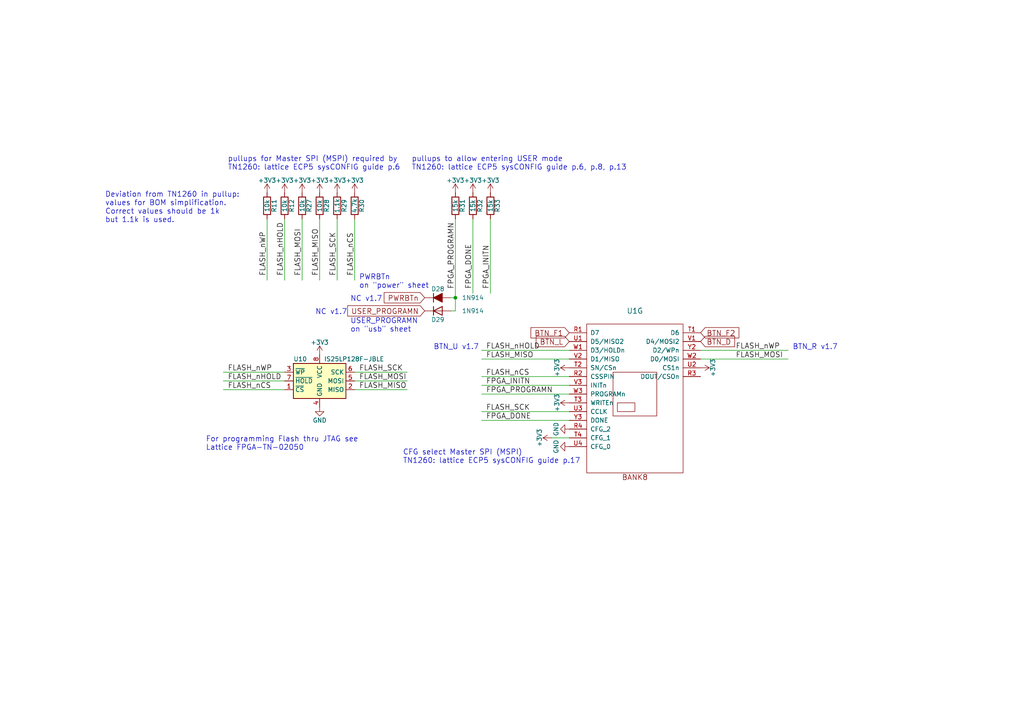
<source format=kicad_sch>
(kicad_sch (version 20211123) (generator eeschema)
  (paper "A4")
  (title_block (title "ULX3S") (rev "1.0.6") (company "EMARD") (comment 1 "SPI flash"))
  (lib_symbols
    (symbol "Device:D" (pin_numbers hide) (pin_names (offset 1.016) hide)
      (property "Reference" "D" (at 0 2.54 0))
      (property "Value" "D" (at 0 -2.54 0))
      (symbol "D_0_1"
        (polyline (pts (xy -1.27 1.27) (xy -1.27 -1.27)) (stroke (width 0.254)))
        (polyline (pts (xy 1.27 0) (xy -1.27 0)))
        (polyline (pts (xy 1.27 1.27) (xy 1.27 -1.27) (xy -1.27 0) (xy 1.27 1.27)) (stroke (width 0.254)))
      )
      (symbol "D_1_1"
        (pin passive line (at -3.81 0 0) (length 2.54) (name "K") (number "1"))
        (pin passive line (at 3.81 0 180) (length 2.54) (name "A") (number "2"))
      )
    )
    (symbol "Device:R" (pin_numbers hide) (pin_names (offset 0))
      (property "Reference" "R" (at 2.032 0 90))
      (property "Value" "R" (at 0 0 90))
      (symbol "R_0_1"
        (rectangle (start -1.016 -2.54) (end 1.016 2.54) (stroke (width 0.254)))
      )
      (symbol "R_1_1"
        (pin passive line (at 0 3.81 270) (length 1.27) (name "~") (number "1"))
        (pin passive line (at 0 -3.81 90) (length 1.27) (name "~") (number "2"))
      )
    )
    (symbol "Memory_EEPROM:25LCxxx"
      (property "Reference" "U" (at -7.62 6.35 0))
      (property "Value" "25LCxxx" (at 2.54 -6.35 0))
      (symbol "25LCxxx_1_1"
        (rectangle (start -7.62 5.08) (end 7.62 -5.08) (stroke (width 0.254)) (fill (type background)))
        (pin input line (at -10.16 -2.54 0) (length 2.54) (name "~{CS}") (number "1"))
        (pin tri_state line (at 10.16 -2.54 180) (length 2.54) (name "MISO") (number "2"))
        (pin input line (at -10.16 2.54 0) (length 2.54) (name "~{WP}") (number "3"))
        (pin power_in line (at 0 -7.62 90) (length 2.54) (name "GND") (number "4"))
        (pin input line (at 10.16 0 180) (length 2.54) (name "MOSI") (number "5"))
        (pin input line (at 10.16 2.54 180) (length 2.54) (name "SCK") (number "6"))
        (pin input line (at -10.16 0 0) (length 2.54) (name "~{HOLD}") (number "7"))
        (pin power_in line (at 0 7.62 270) (length 2.54) (name "VCC") (number "8"))
      )
    )
    (symbol "lfe5bg381:LFE5UM-85F-6BG381C" (pin_names (offset 1.016))
      (property "Reference" "U" (at 0 24.13 0))
      (property "Value" "LFE5UM-85F-6BG381C" (at 0 21.59 0))
      (symbol "LFE5UM-85F-6BG381C_1_1"
        (rectangle (start -13.97 20.32) (end 13.97 -17.78))
        (rectangle (start -6.35 6.35) (end 6.35 -6.35))
        (rectangle (start -5.08 5.08) (end 0 2.54))
        (text "BANK0" (at 0 -19.05 0) (effects (font (size 1.524 1.524))))
        (pin input line (at -19.05 15.24 0) (length 5.08) (name "PCLKT0_1") (number "A10"))
        (pin input line (at 19.05 15.24 180) (length 5.08) (name "PCLKC0_1") (number "A11"))
        (pin input line (at -19.05 -10.16 0) (length 5.08) (name "PT4A") (number "A6"))
        (pin input line (at -19.05 5.08 0) (length 5.08) (name "PT18A") (number "A7"))
        (pin input line (at 19.05 5.08 180) (length 5.08) (name "PT18B") (number "A8"))
        (pin input line (at -19.05 12.7 0) (length 5.08) (name "GR_PCLK0_1") (number "A9"))
        (pin input line (at 19.05 12.7 180) (length 5.08) (name "GR_PCLK0_0") (number "B10"))
        (pin input line (at -19.05 17.78 0) (length 5.08) (name "PCLKT0_0") (number "B11"))
        (pin input line (at 19.05 -10.16 180) (length 5.08) (name "PT4B") (number "B6"))
        (pin input line (at 19.05 2.54 180) (length 5.08) (name "PT15B") (number "B8"))
        (pin input line (at -19.05 10.16 0) (length 5.08) (name "PT58A") (number "B9"))
        (pin input line (at 19.05 10.16 180) (length 5.08) (name "PT58B") (number "C10"))
        (pin input line (at 19.05 17.78 180) (length 5.08) (name "PCLKC0_0") (number "C11"))
        (pin input line (at -19.05 -2.54 0) (length 5.08) (name "PT11A") (number "C6"))
        (pin input line (at 19.05 -2.54 180) (length 5.08) (name "PT11B") (number "C7"))
        (pin input line (at -19.05 2.54 0) (length 5.08) (name "PT15A") (number "C8"))
        (pin input line (at -19.05 -15.24 0) (length 5.08) (name "PT54A") (number "C9"))
        (pin input line (at -19.05 -12.7 0) (length 5.08) (name "PT56A") (number "D10"))
        (pin input line (at 19.05 -7.62 180) (length 5.08) (name "PT6B") (number "D6"))
        (pin input line (at 19.05 -5.08 180) (length 5.08) (name "PT9B") (number "D7"))
        (pin input line (at 19.05 0 180) (length 5.08) (name "PT13B") (number "D8"))
        (pin input line (at -19.05 7.62 0) (length 5.08) (name "PT20A") (number "D9"))
        (pin input line (at 19.05 -12.7 180) (length 5.08) (name "PT56B") (number "E10"))
        (pin input line (at -19.05 -7.62 0) (length 5.08) (name "PT6A") (number "E6"))
        (pin input line (at -19.05 -5.08 0) (length 5.08) (name "PT9A") (number "E7"))
        (pin input line (at -19.05 0 0) (length 5.08) (name "PT13A") (number "E8"))
        (pin input line (at 19.05 7.62 180) (length 5.08) (name "PT20B") (number "E9"))
      )
      (symbol "LFE5UM-85F-6BG381C_2_0"
        (text "BANK1" (at 0 -26.67 0) (effects (font (size 1.524 1.524))))
      )
      (symbol "LFE5UM-85F-6BG381C_2_1"
        (rectangle (start -13.97 20.32) (end 13.97 -25.4))
        (rectangle (start -6.35 6.35) (end 6.35 -6.35))
        (rectangle (start 0 5.08) (end 5.08 2.54))
        (pin input line (at -19.05 -12.7 0) (length 5.08) (name "PT76A") (number "A12"))
        (pin input line (at 19.05 -12.7 180) (length 5.08) (name "PT76B") (number "A13"))
        (pin input line (at -19.05 -5.08 0) (length 5.08) (name "PT83A") (number "A14"))
        (pin input line (at -19.05 -22.86 0) (length 5.08) (name "PT103A") (number "A15"))
        (pin input line (at -19.05 5.08 0) (length 5.08) (name "PT110A") (number "A16"))
        (pin input line (at -19.05 12.7 0) (length 5.08) (name "PT116A") (number "A17"))
        (pin input line (at -19.05 15.24 0) (length 5.08) (name "PT119A") (number "A18"))
        (pin input line (at -19.05 17.78 0) (length 5.08) (name "PT121A") (number "A19"))
        (pin input line (at -19.05 -17.78 0) (length 5.08) (name "PCLKT1_0") (number "B12"))
        (pin input line (at -19.05 -10.16 0) (length 5.08) (name "PT78A") (number "B13"))
        (pin input line (at -19.05 0 0) (length 5.08) (name "PT105A") (number "B15"))
        (pin input line (at 19.05 5.08 180) (length 5.08) (name "PT110B") (number "B16"))
        (pin input line (at -19.05 10.16 0) (length 5.08) (name "PT114A") (number "B17"))
        (pin input line (at 19.05 12.7 180) (length 5.08) (name "PT116B") (number "B18"))
        (pin input line (at 19.05 15.24 180) (length 5.08) (name "PT119B") (number "B19"))
        (pin input line (at 19.05 17.78 180) (length 5.08) (name "PT121B") (number "B20"))
        (pin input line (at 19.05 -17.78 180) (length 5.08) (name "PCLKC1_0") (number "C12"))
        (pin input line (at 19.05 -10.16 180) (length 5.08) (name "PT78B") (number "C13"))
        (pin input line (at 19.05 -5.08 180) (length 5.08) (name "PT83B") (number "C14"))
        (pin input line (at 19.05 0 180) (length 5.08) (name "PT105B") (number "C15"))
        (pin input line (at -19.05 7.62 0) (length 5.08) (name "PT112A") (number "C16"))
        (pin input line (at 19.05 10.16 180) (length 5.08) (name "PT114B") (number "C17"))
        (pin input line (at -19.05 -20.32 0) (length 5.08) (name "PCLKT1_1") (number "D11"))
        (pin input line (at -19.05 -15.24 0) (length 5.08) (name "GR_PCLK1_0") (number "D12"))
        (pin input line (at -19.05 -7.62 0) (length 5.08) (name "PT80A") (number "D13"))
        (pin input line (at -19.05 -2.54 0) (length 5.08) (name "PT85A") (number "D14"))
        (pin input line (at -19.05 2.54 0) (length 5.08) (name "PT107A") (number "D15"))
        (pin input line (at 19.05 7.62 180) (length 5.08) (name "PT112B") (number "D16"))
        (pin input line (at 19.05 -20.32 180) (length 5.08) (name "PCLKC1_1") (number "E11"))
        (pin input line (at 19.05 -15.24 180) (length 5.08) (name "GR_PCLK1_1") (number "E12"))
        (pin input line (at 19.05 -7.62 180) (length 5.08) (name "PT80B") (number "E13"))
        (pin input line (at 19.05 -2.54 180) (length 5.08) (name "PT85B") (number "E14"))
        (pin input line (at 19.05 2.54 180) (length 5.08) (name "PT107B") (number "E15"))
      )
      (symbol "LFE5UM-85F-6BG381C_3_0"
        (text "BANK2" (at 0 -26.67 0) (effects (font (size 1.524 1.524))))
      )
      (symbol "LFE5UM-85F-6BG381C_3_1"
        (rectangle (start -13.97 20.32) (end 13.97 -25.4))
        (rectangle (start -6.35 6.35) (end 6.35 -6.35))
        (rectangle (start 5.08 5.08) (end 2.54 0))
        (pin input line (at -19.05 -20.32 0) (length 5.08) (name "PR11A") (number "C18"))
        (pin input line (at -19.05 0 0) (length 5.08) (name "PR35A") (number "C20"))
        (pin input line (at 19.05 -20.32 180) (length 5.08) (name "PR11B") (number "D17"))
        (pin input line (at -19.05 -15.24 0) (length 5.08) (name "PR14A") (number "D18"))
        (pin input line (at 19.05 0 180) (length 5.08) (name "PR35B") (number "D19"))
        (pin input line (at -19.05 2.54 0) (length 5.08) (name "VREF1_2") (number "D20"))
        (pin input line (at -19.05 -17.78 0) (length 5.08) (name "PR11C") (number "E16"))
        (pin input line (at 19.05 -15.24 180) (length 5.08) (name "PR14B") (number "E17"))
        (pin input line (at -19.05 -12.7 0) (length 5.08) (name "PR14C") (number "E18"))
        (pin input line (at 19.05 2.54 180) (length 5.08) (name "PR35D") (number "E19"))
        (pin input line (at -19.05 5.08 0) (length 5.08) (name "PR38A") (number "E20"))
        (pin input line (at 19.05 -17.78 180) (length 5.08) (name "PR11D") (number "F16"))
        (pin input line (at -19.05 -10.16 0) (length 5.08) (name "PR17A") (number "F17"))
        (pin input line (at 19.05 -12.7 180) (length 5.08) (name "PR14D") (number "F18"))
        (pin input line (at 19.05 5.08 180) (length 5.08) (name "PR38B") (number "F19"))
        (pin input line (at -19.05 7.62 0) (length 5.08) (name "PR38C") (number "F20"))
        (pin input line (at -19.05 -7.62 0) (length 5.08) (name "PR17C") (number "G16"))
        (pin input line (at 19.05 -10.16 180) (length 5.08) (name "PR17B") (number "G18"))
        (pin input line (at -19.05 10.16 0) (length 5.08) (name "GR_PCLK2_1") (number "G19"))
        (pin input line (at 19.05 7.62 180) (length 5.08) (name "PR38D") (number "G20"))
        (pin input line (at 19.05 -7.62 180) (length 5.08) (name "PR17D") (number "H16"))
        (pin input line (at 19.05 -5.08 180) (length 5.08) (name "PR20B") (number "H17"))
        (pin input line (at -19.05 -5.08 0) (length 5.08) (name "PR20A") (number "H18"))
        (pin input line (at 19.05 10.16 180) (length 5.08) (name "PR41B") (number "H20"))
        (pin input line (at 19.05 -2.54 180) (length 5.08) (name "PR20D") (number "J16"))
        (pin input line (at -19.05 -2.54 0) (length 5.08) (name "PR20C") (number "J17"))
        (pin input line (at -19.05 12.7 0) (length 5.08) (name "GR_PCLK2_0") (number "J18"))
        (pin input line (at -19.05 15.24 0) (length 5.08) (name "PCLKT2_1") (number "J19"))
        (pin input line (at -19.05 17.78 0) (length 5.08) (name "PCLKT2_0") (number "J20"))
        (pin input line (at -19.05 -22.86 0) (length 5.08) (name "PR29A") (number "K16"))
        (pin input line (at 19.05 -22.86 180) (length 5.08) (name "PR29B") (number "K17"))
        (pin input line (at 19.05 12.7 180) (length 5.08) (name "PR41D") (number "K18"))
        (pin input line (at 19.05 15.24 180) (length 5.08) (name "PCLKC2_1") (number "K19"))
        (pin input line (at 19.05 17.78 180) (length 5.08) (name "PCLKC2_0") (number "K20"))
      )
      (symbol "LFE5UM-85F-6BG381C_4_0"
        (text "BANK3" (at 0 -26.67 0) (effects (font (size 1.524 1.524))))
      )
      (symbol "LFE5UM-85F-6BG381C_4_1"
        (rectangle (start -13.97 20.32) (end 13.97 -25.4))
        (rectangle (start -6.35 6.35) (end 6.35 -6.35))
        (rectangle (start 2.54 0) (end 5.08 -5.08))
        (pin input line (at -19.05 -15.24 0) (length 5.08) (name "GR_PCLK3_0") (number "L16"))
        (pin input line (at 19.05 -15.24 180) (length 5.08) (name "PR50B") (number "L17"))
        (pin input line (at -19.05 -12.7 0) (length 5.08) (name "GR_PCLK3_1") (number "L18"))
        (pin input line (at -19.05 -17.78 0) (length 5.08) (name "PCLKT3_0") (number "L19"))
        (pin input line (at -19.05 -20.32 0) (length 5.08) (name "PCLKT3_1") (number "L20"))
        (pin input line (at 19.05 -10.16 180) (length 5.08) (name "PR53B") (number "M17"))
        (pin input line (at 19.05 -12.7 180) (length 5.08) (name "PR50D") (number "M18"))
        (pin input line (at 19.05 -17.78 180) (length 5.08) (name "PCLKC3_0") (number "M19"))
        (pin input line (at 19.05 -20.32 180) (length 5.08) (name "PCLKC3_1") (number "M20"))
        (pin input line (at -19.05 -10.16 0) (length 5.08) (name "PR53A") (number "N16"))
        (pin input line (at -19.05 -5.08 0) (length 5.08) (name "PR56A") (number "N17"))
        (pin input line (at -19.05 -7.62 0) (length 5.08) (name "PR53C") (number "N18"))
        (pin input line (at -19.05 0 0) (length 5.08) (name "PR83A") (number "N19"))
        (pin input line (at 19.05 0 180) (length 5.08) (name "PR83B") (number "N20"))
        (pin input line (at 19.05 -5.08 180) (length 5.08) (name "VREF1_3") (number "P16"))
        (pin input line (at 19.05 -7.62 180) (length 5.08) (name "PR53D") (number "P17"))
        (pin input line (at 19.05 2.54 180) (length 5.08) (name "PR83D") (number "P18"))
        (pin input line (at -19.05 2.54 0) (length 5.08) (name "PR83C") (number "P19"))
        (pin input line (at -19.05 5.08 0) (length 5.08) (name "PR86A") (number "P20"))
        (pin input line (at -19.05 -2.54 0) (length 5.08) (name "PR56C") (number "R16"))
        (pin input line (at 19.05 -2.54 180) (length 5.08) (name "PR56D") (number "R17"))
        (pin input line (at 19.05 10.16 180) (length 5.08) (name "PR89B") (number "R18"))
        (pin input line (at 19.05 5.08 180) (length 5.08) (name "PR86B") (number "R20"))
        (pin input line (at -19.05 -22.86 0) (length 5.08) (name "PR77A") (number "T16"))
        (pin input line (at 19.05 17.78 180) (length 5.08) (name "GPLL0C_IN") (number "T17"))
        (pin input line (at 19.05 12.7 180) (length 5.08) (name "PR89D") (number "T18"))
        (pin input line (at -19.05 10.16 0) (length 5.08) (name "PR89A") (number "T19"))
        (pin input line (at -19.05 7.62 0) (length 5.08) (name "PR86C") (number "T20"))
        (pin input line (at -19.05 17.78 0) (length 5.08) (name "GPLL0T_IN") (number "U16"))
        (pin input line (at 19.05 15.24 180) (length 5.08) (name "PR92B") (number "U17"))
        (pin input line (at -19.05 15.24 0) (length 5.08) (name "PR92A") (number "U18"))
        (pin input line (at -19.05 12.7 0) (length 5.08) (name "PR89C") (number "U19"))
        (pin input line (at 19.05 7.62 180) (length 5.08) (name "PR86D") (number "U20"))
      )
      (symbol "LFE5UM-85F-6BG381C_5_0"
        (text "BANK6" (at 0 -26.67 0) (effects (font (size 1.524 1.524))))
      )
      (symbol "LFE5UM-85F-6BG381C_5_1"
        (rectangle (start -13.97 20.32) (end 13.97 -25.4))
        (rectangle (start -6.35 6.35) (end 6.35 -6.35))
        (rectangle (start -5.08 0) (end -2.54 -5.08))
        (pin input line (at 19.05 15.24 180) (length 5.08) (name "PCLKC6_1") (number "F1"))
        (pin input line (at 19.05 17.78 180) (length 5.08) (name "PCLKC6_0") (number "G1"))
        (pin input line (at -19.05 15.24 0) (length 5.08) (name "PCLKT6_1") (number "G2"))
        (pin input line (at -19.05 7.62 0) (length 5.08) (name "PL53C") (number "H1"))
        (pin input line (at -19.05 17.78 0) (length 5.08) (name "PCLKT6_0") (number "H2"))
        (pin input line (at 19.05 5.08 180) (length 5.08) (name "PL53B") (number "J1"))
        (pin input line (at -19.05 12.7 0) (length 5.08) (name "GR_PCLK6_1") (number "J3"))
        (pin input line (at -19.05 10.16 0) (length 5.08) (name "GR_PCLK6_0") (number "J4"))
        (pin input line (at 19.05 10.16 180) (length 5.08) (name "PL50B") (number "J5"))
        (pin input line (at 19.05 7.62 180) (length 5.08) (name "PL53D") (number "K1"))
        (pin input line (at -19.05 5.08 0) (length 5.08) (name "PL53A") (number "K2"))
        (pin input line (at 19.05 12.7 180) (length 5.08) (name "PL50D") (number "K3"))
        (pin input line (at -19.05 0 0) (length 5.08) (name "PL56A") (number "K4"))
        (pin input line (at 19.05 0 180) (length 5.08) (name "VREF1_6") (number "K5"))
        (pin input line (at -19.05 -12.7 0) (length 5.08) (name "PL65C") (number "L1"))
        (pin input line (at 19.05 -7.62 180) (length 5.08) (name "PL86D") (number "L2"))
        (pin input line (at -19.05 -7.62 0) (length 5.08) (name "PL86C") (number "L3"))
        (pin input line (at -19.05 2.54 0) (length 5.08) (name "PL56C") (number "L4"))
        (pin input line (at 19.05 2.54 180) (length 5.08) (name "PL56D") (number "L5"))
        (pin input line (at 19.05 -15.24 180) (length 5.08) (name "PL89B") (number "M1"))
        (pin input line (at 19.05 -10.16 180) (length 5.08) (name "PL86B") (number "M3"))
        (pin input line (at -19.05 -5.08 0) (length 5.08) (name "PL83A") (number "M4"))
        (pin input line (at -19.05 -22.86 0) (length 5.08) (name "PL77A") (number "M5"))
        (pin input line (at 19.05 -12.7 180) (length 5.08) (name "PL89D") (number "N1"))
        (pin input line (at -19.05 -15.24 0) (length 5.08) (name "PL65A") (number "N2"))
        (pin input line (at -19.05 -10.16 0) (length 5.08) (name "PL86A") (number "N3"))
        (pin input line (at -19.05 -2.54 0) (length 5.08) (name "PL83C") (number "N4"))
        (pin input line (at 19.05 -5.08 180) (length 5.08) (name "PL83B") (number "N5"))
        (pin input line (at -19.05 -20.32 0) (length 5.08) (name "PL92A") (number "P1"))
        (pin input line (at 19.05 -20.32 180) (length 5.08) (name "PL92B") (number "P2"))
        (pin input line (at -19.05 -17.78 0) (length 5.08) (name "GPLL0T_IN") (number "P3"))
        (pin input line (at 19.05 -17.78 180) (length 5.08) (name "GPLL0C_IN") (number "P4"))
        (pin input line (at 19.05 -2.54 180) (length 5.08) (name "PL83D") (number "P5"))
      )
      (symbol "LFE5UM-85F-6BG381C_6_0"
        (text "BANK7" (at 0 -24.13 0) (effects (font (size 1.524 1.524))))
      )
      (symbol "LFE5UM-85F-6BG381C_6_1"
        (rectangle (start -13.97 20.32) (end 13.97 -22.86))
        (rectangle (start -6.35 6.35) (end 6.35 -6.35))
        (rectangle (start -5.08 5.08) (end -2.54 0))
        (pin input line (at -19.05 -5.08 0) (length 5.08) (name "PL35A") (number "A2"))
        (pin input line (at -19.05 12.7 0) (length 5.08) (name "PL14C") (number "A3"))
        (pin input line (at -19.05 15.24 0) (length 5.08) (name "PL11A") (number "A4"))
        (pin input line (at 19.05 15.24 180) (length 5.08) (name "PL11B") (number "A5"))
        (pin input line (at 19.05 -5.08 180) (length 5.08) (name "PL35B") (number "B1"))
        (pin input line (at -19.05 -2.54 0) (length 5.08) (name "VREF1_7") (number "B2"))
        (pin input line (at 19.05 12.7 180) (length 5.08) (name "PL14D") (number "B3"))
        (pin input line (at 19.05 10.16 180) (length 5.08) (name "PL14B") (number "B4"))
        (pin input line (at -19.05 17.78 0) (length 5.08) (name "PL11C") (number "B5"))
        (pin input line (at -19.05 -10.16 0) (length 5.08) (name "PL38A") (number "C1"))
        (pin input line (at 19.05 -2.54 180) (length 5.08) (name "PL35D") (number "C2"))
        (pin input line (at -19.05 7.62 0) (length 5.08) (name "PL17C") (number "C3"))
        (pin input line (at -19.05 10.16 0) (length 5.08) (name "PL14A") (number "C4"))
        (pin input line (at 19.05 17.78 180) (length 5.08) (name "PL11D") (number "C5"))
        (pin input line (at 19.05 -10.16 180) (length 5.08) (name "PL38B") (number "D1"))
        (pin input line (at -19.05 -7.62 0) (length 5.08) (name "PL38C") (number "D2"))
        (pin input line (at 19.05 7.62 180) (length 5.08) (name "PL17D") (number "D3"))
        (pin input line (at 19.05 5.08 180) (length 5.08) (name "PL17B") (number "D5"))
        (pin input line (at 19.05 -7.62 180) (length 5.08) (name "PL38D") (number "E1"))
        (pin input line (at 19.05 -17.78 180) (length 5.08) (name "PCLKC7_0") (number "E2"))
        (pin input line (at 19.05 0 180) (length 5.08) (name "PL20B") (number "E3"))
        (pin input line (at -19.05 5.08 0) (length 5.08) (name "PL17A") (number "E4"))
        (pin input line (at -19.05 2.54 0) (length 5.08) (name "PL20C") (number "E5"))
        (pin input line (at -19.05 -17.78 0) (length 5.08) (name "PCLKT7_0") (number "F2"))
        (pin input line (at 19.05 -20.32 180) (length 5.08) (name "PCLKC7_1") (number "F3"))
        (pin input line (at -19.05 0 0) (length 5.08) (name "PL20A") (number "F4"))
        (pin input line (at 19.05 2.54 180) (length 5.08) (name "PL20D") (number "F5"))
        (pin input line (at -19.05 -20.32 0) (length 5.08) (name "PCLKT7_1") (number "G3"))
        (pin input line (at 19.05 -15.24 180) (length 5.08) (name "PL41B") (number "G5"))
        (pin input line (at 19.05 -12.7 180) (length 5.08) (name "PL41D") (number "H3"))
        (pin input line (at -19.05 -15.24 0) (length 5.08) (name "GR_PCLK7_1") (number "H4"))
        (pin input line (at -19.05 -12.7 0) (length 5.08) (name "GR_PCLK7_0") (number "H5"))
      )
      (symbol "LFE5UM-85F-6BG381C_7_0"
        (text "BANK8" (at 0 -24.13 0) (effects (font (size 1.524 1.524))))
      )
      (symbol "LFE5UM-85F-6BG381C_7_1"
        (rectangle (start -13.97 20.32) (end 13.97 -22.86))
        (rectangle (start -6.35 6.35) (end 6.35 -6.35))
        (rectangle (start -5.08 -5.08) (end 0 -2.54))
        (pin input line (at -19.05 17.78 0) (length 5.08) (name "D7") (number "R1"))
        (pin input line (at -19.05 5.08 0) (length 5.08) (name "CSSPIN") (number "R2"))
        (pin input line (at 19.05 5.08 180) (length 5.08) (name "DOUT/CSOn") (number "R3"))
        (pin input line (at -19.05 -10.16 0) (length 5.08) (name "CFG_2") (number "R4"))
        (pin input line (at 19.05 17.78 180) (length 5.08) (name "D6") (number "T1"))
        (pin input line (at -19.05 7.62 0) (length 5.08) (name "SN/CSn") (number "T2"))
        (pin input line (at -19.05 -2.54 0) (length 5.08) (name "WRITEn") (number "T3"))
        (pin input line (at -19.05 -12.7 0) (length 5.08) (name "CFG_1") (number "T4"))
        (pin input line (at -19.05 15.24 0) (length 5.08) (name "D5/MISO2") (number "U1"))
        (pin input line (at 19.05 7.62 180) (length 5.08) (name "CS1n") (number "U2"))
        (pin input line (at -19.05 -5.08 0) (length 5.08) (name "CCLK") (number "U3"))
        (pin input line (at -19.05 -15.24 0) (length 5.08) (name "CFG_0") (number "U4"))
        (pin input line (at 19.05 15.24 180) (length 5.08) (name "D4/MOSI2") (number "V1"))
        (pin input line (at -19.05 10.16 0) (length 5.08) (name "D1/MISO") (number "V2"))
        (pin input line (at -19.05 2.54 0) (length 5.08) (name "INITn") (number "V3"))
        (pin input line (at -19.05 12.7 0) (length 5.08) (name "D3/HOLDn") (number "W1"))
        (pin input line (at 19.05 10.16 180) (length 5.08) (name "D0/MOSI") (number "W2"))
        (pin input line (at -19.05 0 0) (length 5.08) (name "PROGRAMn") (number "W3"))
        (pin input line (at 19.05 12.7 180) (length 5.08) (name "D2/WPn") (number "Y2"))
        (pin input line (at -19.05 -7.62 0) (length 5.08) (name "DONE") (number "Y3"))
      )
      (symbol "LFE5UM-85F-6BG381C_8_0"
        (text "BANK50,51" (at 0 -27.94 0) (effects (font (size 1.524 1.524))))
        (text "SERDES" (at 0 -30.48 0) (effects (font (size 1.524 1.524))))
      )
      (symbol "LFE5UM-85F-6BG381C_8_1"
        (rectangle (start -16.51 25.4) (end 16.51 -26.67))
        (rectangle (start -6.35 6.35) (end 6.35 -6.35))
        (rectangle (start 3.81 -5.08) (end -3.81 -3.81))
        (pin input line (at 21.59 8.89 180) (length 5.08) (name "VCCHTX0_D0CH1") (number "T10"))
        (pin input line (at -21.59 -7.62 0) (length 5.08) (name "VCCHTX0_D1CH0") (number "T11"))
        (pin input line (at -21.59 -10.16 0) (length 5.08) (name "VCCHRX0_D1CH0") (number "T12"))
        (pin input line (at 21.59 -10.16 180) (length 5.08) (name "VCCHRX0_D1CH1") (number "T13"))
        (pin input line (at 21.59 -7.62 180) (length 5.08) (name "VCCHTX0_D1CH1") (number "T14"))
        (pin input line (at -21.59 -2.54 0) (length 5.08) (name "VCCA1") (number "T15"))
        (pin input line (at -21.59 3.81 0) (length 5.08) (name "VCCA0") (number "T6"))
        (pin input line (at -21.59 8.89 0) (length 5.08) (name "VCCHTX0_D0CH0") (number "T7"))
        (pin input line (at -21.59 6.35 0) (length 5.08) (name "VCCHRX0_D0CH0") (number "T8"))
        (pin input line (at 21.59 6.35 180) (length 5.08) (name "VCCHRX0_D0CH1") (number "T9"))
        (pin input line (at -21.59 -5.08 0) (length 5.08) (name "VCCA1") (number "U15"))
        (pin input line (at -21.59 1.27 0) (length 5.08) (name "VCCA0") (number "U6"))
        (pin input line (at 21.59 3.81 180) (length 5.08) (name "VCCAUXA0") (number "V10"))
        (pin input line (at 21.59 1.27 180) (length 5.08) (name "VCCAUXA0") (number "V11"))
        (pin input line (at 21.59 -2.54 180) (length 5.08) (name "VCCAUXA1") (number "V17"))
        (pin input line (at 21.59 -5.08 180) (length 5.08) (name "VCCAUXA1") (number "V18"))
        (pin input line (at -21.59 -16.51 0) (length 5.08) (name "HDTXP0_D1CH0") (number "W13"))
        (pin input line (at 21.59 -16.51 180) (length 5.08) (name "HDTXN0_D1CH0") (number "W14"))
        (pin input line (at -21.59 -21.59 0) (length 5.08) (name "HDTXP0_D1CH1") (number "W17"))
        (pin input line (at 21.59 -21.59 180) (length 5.08) (name "HDTXN0_D1CH1") (number "W18"))
        (pin input line (at 21.59 -13.97 180) (length 5.08) (name "REFCLKN_D1") (number "W20"))
        (pin input line (at -21.59 20.32 0) (length 5.08) (name "HDTXP0_D0CH0") (number "W4"))
        (pin input line (at 21.59 20.32 180) (length 5.08) (name "HDTXN0_D0CH0") (number "W5"))
        (pin input line (at -21.59 15.24 0) (length 5.08) (name "HDTXP0_D0CH1") (number "W8"))
        (pin input line (at 21.59 15.24 180) (length 5.08) (name "HDTXN0_D0CH1") (number "W9"))
        (pin input line (at -21.59 22.86 0) (length 5.08) (name "REFCLKP_D0") (number "Y11"))
        (pin input line (at 21.59 22.86 180) (length 5.08) (name "REFCLKN_D0") (number "Y12"))
        (pin input line (at -21.59 -19.05 0) (length 5.08) (name "HDRXP0_D1CH0") (number "Y14"))
        (pin input line (at 21.59 -19.05 180) (length 5.08) (name "HDRXN0_D1CH0") (number "Y15"))
        (pin input line (at -21.59 -24.13 0) (length 5.08) (name "HDRXP0_D1CH1") (number "Y16"))
        (pin input line (at 21.59 -24.13 180) (length 5.08) (name "HDRXN0_D1CH1") (number "Y17"))
        (pin input line (at -21.59 -13.97 0) (length 5.08) (name "REFCLKP_D1") (number "Y19"))
        (pin input line (at -21.59 17.78 0) (length 5.08) (name "HDRXP0_D0CH0") (number "Y5"))
        (pin input line (at 21.59 17.78 180) (length 5.08) (name "HDRXN0_D0CH0") (number "Y6"))
        (pin input line (at -21.59 12.7 0) (length 5.08) (name "HDRXP0_D0CH1") (number "Y7"))
        (pin input line (at 21.59 12.7 180) (length 5.08) (name "HDRXN0_D0CH1") (number "Y8"))
      )
      (symbol "LFE5UM-85F-6BG381C_9_1"
        (rectangle (start -109.22 11.43) (end 118.11 -12.7))
        (rectangle (start -6.35 6.35) (end 6.35 -6.35))
        (rectangle (start -2.54 2.54) (end 2.54 -2.54))
        (text "POWER" (at 0 3.81 0) (effects (font (size 1.524 1.524))))
        (pin input line (at -77.47 -17.78 90) (length 5.08) (name "GND") (number "B14"))
        (pin input line (at 13.97 -17.78 90) (length 5.08) (name "GND") (number "B7"))
        (pin input line (at -97.79 -17.78 90) (length 5.08) (name "GND") (number "C19"))
        (pin input line (at 41.91 -17.78 90) (length 5.08) (name "GND") (number "D4"))
        (pin input line (at -40.64 16.51 270) (length 5.08) (name "VCCio0") (number "F10"))
        (pin input line (at -30.48 16.51 270) (length 5.08) (name "VCCio1") (number "F11"))
        (pin input line (at -33.02 16.51 270) (length 5.08) (name "VCCio1") (number "F12"))
        (pin input line (at -57.15 -17.78 90) (length 5.08) (name "GND") (number "F13"))
        (pin input line (at -74.93 -17.78 90) (length 5.08) (name "GND") (number "F14"))
        (pin input line (at -53.34 16.51 270) (length 5.08) (name "VCCAUX") (number "F15"))
        (pin input line (at -48.26 16.51 270) (length 5.08) (name "VCCAUX") (number "F6"))
        (pin input line (at 16.51 -17.78 90) (length 5.08) (name "GND") (number "F7"))
        (pin input line (at 6.35 -17.78 90) (length 5.08) (name "GND") (number "F8"))
        (pin input line (at -38.1 16.51 270) (length 5.08) (name "VCCio0") (number "F9"))
        (pin input line (at -19.05 -17.78 90) (length 5.08) (name "GND") (number "G10"))
        (pin input line (at -34.29 -17.78 90) (length 5.08) (name "GND") (number "G11"))
        (pin input line (at -49.53 -17.78 90) (length 5.08) (name "GND") (number "G12"))
        (pin input line (at -54.61 -17.78 90) (length 5.08) (name "GND") (number "G13"))
        (pin input line (at -72.39 -17.78 90) (length 5.08) (name "GND") (number "G14"))
        (pin input line (at -85.09 -17.78 90) (length 5.08) (name "GND") (number "G15"))
        (pin input line (at -90.17 -17.78 90) (length 5.08) (name "GND") (number "G17"))
        (pin input line (at 44.45 -17.78 90) (length 5.08) (name "GND") (number "G4"))
        (pin input line (at 34.29 -17.78 90) (length 5.08) (name "GND") (number "G6"))
        (pin input line (at 19.05 -17.78 90) (length 5.08) (name "GND") (number "G7"))
        (pin input line (at 8.89 -17.78 90) (length 5.08) (name "GND") (number "G8"))
        (pin input line (at -6.35 -17.78 90) (length 5.08) (name "GND") (number "G9"))
        (pin input line (at -81.28 16.51 270) (length 5.08) (name "VCC") (number "H10"))
        (pin input line (at -86.36 16.51 270) (length 5.08) (name "VCC") (number "H11"))
        (pin input line (at -91.44 16.51 270) (length 5.08) (name "VCC") (number "H12"))
        (pin input line (at -106.68 16.51 270) (length 5.08) (name "VCC") (number "H13"))
        (pin input line (at -20.32 16.51 270) (length 5.08) (name "VCCio2") (number "H14"))
        (pin input line (at -25.4 16.51 270) (length 5.08) (name "VCCio2") (number "H15"))
        (pin input line (at -95.25 -17.78 90) (length 5.08) (name "GND") (number "H19"))
        (pin input line (at 29.21 16.51 270) (length 5.08) (name "VCCio7") (number "H6"))
        (pin input line (at 26.67 16.51 270) (length 5.08) (name "VCCio7") (number "H7"))
        (pin input line (at -71.12 16.51 270) (length 5.08) (name "VCC") (number "H8"))
        (pin input line (at -76.2 16.51 270) (length 5.08) (name "VCC") (number "H9"))
        (pin input line (at -16.51 -17.78 90) (length 5.08) (name "GND") (number "J10"))
        (pin input line (at -31.75 -17.78 90) (length 5.08) (name "GND") (number "J11"))
        (pin input line (at -46.99 -17.78 90) (length 5.08) (name "GND") (number "J12"))
        (pin input line (at -104.14 16.51 270) (length 5.08) (name "VCC") (number "J13"))
        (pin input line (at -69.85 -17.78 90) (length 5.08) (name "GND") (number "J14"))
        (pin input line (at -22.86 16.51 270) (length 5.08) (name "VCCio2") (number "J15"))
        (pin input line (at 46.99 -17.78 90) (length 5.08) (name "GND") (number "J2"))
        (pin input line (at 31.75 16.51 270) (length 5.08) (name "VCCio7") (number "J6"))
        (pin input line (at 21.59 -17.78 90) (length 5.08) (name "GND") (number "J7"))
        (pin input line (at -68.58 16.51 270) (length 5.08) (name "VCC") (number "J8"))
        (pin input line (at -3.81 -17.78 90) (length 5.08) (name "GND") (number "J9"))
        (pin input line (at -13.97 -17.78 90) (length 5.08) (name "GND") (number "K10"))
        (pin input line (at -29.21 -17.78 90) (length 5.08) (name "GND") (number "K11"))
        (pin input line (at -44.45 -17.78 90) (length 5.08) (name "GND") (number "K12"))
        (pin input line (at -101.6 16.51 270) (length 5.08) (name "VCC") (number "K13"))
        (pin input line (at -67.31 -17.78 90) (length 5.08) (name "GND") (number "K14"))
        (pin input line (at -82.55 -17.78 90) (length 5.08) (name "GND") (number "K15"))
        (pin input line (at 36.83 -17.78 90) (length 5.08) (name "GND") (number "K6"))
        (pin input line (at 24.13 -17.78 90) (length 5.08) (name "GND") (number "K7"))
        (pin input line (at -66.04 16.51 270) (length 5.08) (name "VCC") (number "K8"))
        (pin input line (at -1.27 -17.78 90) (length 5.08) (name "GND") (number "K9"))
        (pin input line (at -11.43 -17.78 90) (length 5.08) (name "GND") (number "L10"))
        (pin input line (at -26.67 -17.78 90) (length 5.08) (name "GND") (number "L11"))
        (pin input line (at -41.91 -17.78 90) (length 5.08) (name "GND") (number "L12"))
        (pin input line (at -99.06 16.51 270) (length 5.08) (name "VCC") (number "L13"))
        (pin input line (at -10.16 16.51 270) (length 5.08) (name "VCCio3") (number "L14"))
        (pin input line (at -15.24 16.51 270) (length 5.08) (name "VCCio3") (number "L15"))
        (pin input line (at 19.05 16.51 270) (length 5.08) (name "VCCio6") (number "L6"))
        (pin input line (at 16.51 16.51 270) (length 5.08) (name "VCCio6") (number "L7"))
        (pin input line (at -63.5 16.51 270) (length 5.08) (name "VCC") (number "L8"))
        (pin input line (at 1.27 -17.78 90) (length 5.08) (name "GND") (number "L9"))
        (pin input line (at -8.89 -17.78 90) (length 5.08) (name "GND") (number "M10"))
        (pin input line (at -24.13 -17.78 90) (length 5.08) (name "GND") (number "M11"))
        (pin input line (at -39.37 -17.78 90) (length 5.08) (name "GND") (number "M12"))
        (pin input line (at -96.52 16.51 270) (length 5.08) (name "VCC") (number "M13"))
        (pin input line (at -64.77 -17.78 90) (length 5.08) (name "GND") (number "M14"))
        (pin input line (at -12.7 16.51 270) (length 5.08) (name "VCCio3") (number "M15"))
        (pin input line (at -87.63 -17.78 90) (length 5.08) (name "GND") (number "M16"))
        (pin input line (at 49.53 -17.78 90) (length 5.08) (name "GND") (number "M2"))
        (pin input line (at 21.59 16.51 270) (length 5.08) (name "VCCio6") (number "M6"))
        (pin input line (at 26.67 -17.78 90) (length 5.08) (name "GND") (number "M7"))
        (pin input line (at -60.96 16.51 270) (length 5.08) (name "VCC") (number "M8"))
        (pin input line (at 3.81 -17.78 90) (length 5.08) (name "GND") (number "M9"))
        (pin input line (at -78.74 16.51 270) (length 5.08) (name "VCC") (number "N10"))
        (pin input line (at -83.82 16.51 270) (length 5.08) (name "VCC") (number "N11"))
        (pin input line (at -88.9 16.51 270) (length 5.08) (name "VCC") (number "N12"))
        (pin input line (at -93.98 16.51 270) (length 5.08) (name "VCC") (number "N13"))
        (pin input line (at -62.23 -17.78 90) (length 5.08) (name "GND") (number "N14"))
        (pin input line (at -80.01 -17.78 90) (length 5.08) (name "GND") (number "N15"))
        (pin input line (at 39.37 -17.78 90) (length 5.08) (name "GND") (number "N6"))
        (pin input line (at 29.21 -17.78 90) (length 5.08) (name "GND") (number "N7"))
        (pin input line (at -58.42 16.51 270) (length 5.08) (name "VCC") (number "N8"))
        (pin input line (at -73.66 16.51 270) (length 5.08) (name "VCC") (number "N9"))
        (pin input line (at 36.83 16.51 270) (length 5.08) (name "VCCio8") (number "P10"))
        (pin input line (at -21.59 -17.78 90) (length 5.08) (name "GND") (number "P11"))
        (pin input line (at -36.83 -17.78 90) (length 5.08) (name "GND") (number "P12"))
        (pin input line (at -52.07 -17.78 90) (length 5.08) (name "GND") (number "P13"))
        (pin input line (at -59.69 -17.78 90) (length 5.08) (name "GND") (number "P14"))
        (pin input line (at -50.8 16.51 270) (length 5.08) (name "VCCAUX") (number "P15"))
        (pin input line (at -45.72 16.51 270) (length 5.08) (name "VCCAUX") (number "P6"))
        (pin input line (at 31.75 -17.78 90) (length 5.08) (name "GND") (number "P7"))
        (pin input line (at 11.43 -17.78 90) (length 5.08) (name "GND") (number "P8"))
        (pin input line (at 39.37 16.51 270) (length 5.08) (name "VCCio8") (number "P9"))
        (pin input line (at -92.71 -17.78 90) (length 5.08) (name "GND") (number "R19"))
        (pin input line (at 67.31 -17.78 90) (length 5.08) (name "GND") (number "U10"))
        (pin input line (at 115.57 -17.78 90) (length 5.08) (name "GND") (number "U11"))
        (pin input line (at 107.95 -17.78 90) (length 5.08) (name "GND") (number "U12"))
        (pin input line (at 102.87 -17.78 90) (length 5.08) (name "GND") (number "U13"))
        (pin input line (at 97.79 -17.78 90) (length 5.08) (name "GND") (number "U14"))
        (pin input line (at 59.69 -17.78 90) (length 5.08) (name "GND") (number "U7"))
        (pin input line (at 62.23 -17.78 90) (length 5.08) (name "GND") (number "U8"))
        (pin input line (at 64.77 -17.78 90) (length 5.08) (name "GND") (number "U9"))
        (pin input line (at 110.49 -17.78 90) (length 5.08) (name "GND") (number "V12"))
        (pin input line (at 105.41 -17.78 90) (length 5.08) (name "GND") (number "V13"))
        (pin input line (at 95.25 -17.78 90) (length 5.08) (name "GND") (number "V14"))
        (pin input line (at 82.55 -17.78 90) (length 5.08) (name "GND") (number "V15"))
        (pin input line (at 87.63 -17.78 90) (length 5.08) (name "GND") (number "V16"))
        (pin input line (at 92.71 -17.78 90) (length 5.08) (name "GND") (number "V19"))
        (pin input line (at 69.85 -17.78 90) (length 5.08) (name "GND") (number "V20"))
        (pin input line (at 72.39 -17.78 90) (length 5.08) (name "GND") (number "V5"))
        (pin input line (at 77.47 -17.78 90) (length 5.08) (name "GND") (number "V6"))
        (pin input line (at 52.07 -17.78 90) (length 5.08) (name "GND") (number "V7"))
        (pin input line (at 54.61 -17.78 90) (length 5.08) (name "GND") (number "V8"))
        (pin input line (at 57.15 -17.78 90) (length 5.08) (name "GND") (number "V9"))
        (pin input line (at 113.03 -17.78 90) (length 5.08) (name "GND") (number "W12"))
        (pin input line (at 100.33 -17.78 90) (length 5.08) (name "GND") (number "W15"))
        (pin input line (at 85.09 -17.78 90) (length 5.08) (name "GND") (number "W16"))
        (pin input line (at 90.17 -17.78 90) (length 5.08) (name "GND") (number "W19"))
        (pin input line (at 74.93 -17.78 90) (length 5.08) (name "GND") (number "W6"))
        (pin input line (at 80.01 -17.78 90) (length 5.08) (name "GND") (number "W7"))
      )
      (symbol "LFE5UM-85F-6BG381C_10_0"
        (text "JTAG" (at 0 1.27 0) (effects (font (size 1.524 1.524))))
      )
      (symbol "LFE5UM-85F-6BG381C_10_1"
        (rectangle (start -12.7 6.35) (end 7.62 -6.35))
        (text "PROG" (at 0 -1.27 0) (effects (font (size 1.524 1.524))))
        (pin input line (at -17.78 3.81 0) (length 5.08) (name "TDI") (number "R5"))
        (pin input line (at -17.78 -1.27 0) (length 5.08) (name "TCK") (number "T5"))
        (pin input line (at -17.78 -3.81 0) (length 5.08) (name "TMS") (number "U5"))
        (pin input line (at -17.78 1.27 0) (length 5.08) (name "TDO") (number "V4"))
      )
    )
    (symbol "power:+3V3" (power) (pin_names (offset 0))
      (property "Value" "+3V3" (at 0 3.556 0))
      (symbol "+3V3_0_1"
        (polyline (pts (xy -0.762 1.27) (xy 0 2.54)))
        (polyline (pts (xy 0 0) (xy 0 2.54)))
        (polyline (pts (xy 0 2.54) (xy 0.762 1.27)))
      )
      (symbol "+3V3_1_1"
        (pin power_in line (at 0 0 90) (length 0) hide (name "+3V3") (number "1"))
      )
    )
    (symbol "power:GND" (power) (pin_names (offset 0))
      (property "Value" "GND" (at 0 -3.81 0))
      (symbol "GND_0_1"
        (polyline (pts (xy 0 0) (xy 0 -1.27) (xy 1.27 -1.27) (xy 0 -2.54) (xy -1.27 -1.27) (xy 0 -1.27)))
      )
      (symbol "GND_1_1"
        (pin power_in line (at 0 0 270) (length 0) hide (name "GND") (number "1"))
      )
    )
    (symbol "ulx3s-rescue:D_ALT-Device" (pin_numbers hide) (pin_names (offset 1.016) hide)
      (property "Reference" "D" (at 0 2.54 0))
      (property "Value" "D_ALT-Device" (at 0 -2.54 0))
      (symbol "D_ALT-Device_0_1"
        (polyline (pts (xy -1.27 1.27) (xy -1.27 -1.27)) (stroke (width 0.254)))
        (polyline (pts (xy 1.27 0) (xy -1.27 0)))
        (polyline (pts (xy 1.27 1.27) (xy 1.27 -1.27) (xy -1.27 0) (xy 1.27 1.27)) (stroke (width 0.254)) (fill (type outline)))
      )
      (symbol "D_ALT-Device_1_1"
        (pin passive line (at -3.81 0 0) (length 2.54) (name "K") (number "1"))
        (pin passive line (at 3.81 0 180) (length 2.54) (name "A") (number "2"))
      )
    )
  )
  (junction (at 132.08 86.36))
  (wire (pts (xy 102.87 107.95) (xy 118.11 107.95)))
  (wire (pts (xy 130.81 90.17) (xy 132.08 90.17)))
  (wire (pts (xy 160.02 127) (xy 165.1 127)))
  (wire (pts (xy 139.7 104.14) (xy 165.1 104.14)))
  (wire (pts (xy 165.1 114.3) (xy 139.7 114.3)))
  (wire (pts (xy 132.08 90.17) (xy 132.08 86.36)))
  (wire (pts (xy 165.1 101.6) (xy 139.7 101.6)))
  (wire (pts (xy 102.87 63.5) (xy 102.87 81.28)))
  (wire (pts (xy 139.7 119.38) (xy 165.1 119.38)))
  (wire (pts (xy 203.2 104.14) (xy 228.6 104.14)))
  (wire (pts (xy 130.81 86.36) (xy 132.08 86.36)))
  (wire (pts (xy 82.55 63.5) (xy 82.55 81.28)))
  (wire (pts (xy 203.2 101.6) (xy 228.6 101.6)))
  (wire (pts (xy 102.87 110.49) (xy 118.11 110.49)))
  (wire (pts (xy 82.55 113.03) (xy 64.77 113.03)))
  (wire (pts (xy 77.47 63.5) (xy 77.47 81.28)))
  (wire (pts (xy 102.87 113.03) (xy 118.11 113.03)))
  (wire (pts (xy 132.08 63.5) (xy 132.08 86.36)))
  (wire (pts (xy 142.24 63.5) (xy 142.24 85.09)))
  (wire (pts (xy 165.1 109.22) (xy 139.7 109.22)))
  (wire (pts (xy 87.63 63.5) (xy 87.63 81.28)))
  (wire (pts (xy 137.16 63.5) (xy 137.16 85.09)))
  (wire (pts (xy 82.55 110.49) (xy 64.77 110.49)))
  (wire (pts (xy 92.71 63.5) (xy 92.71 81.28)))
  (wire (pts (xy 82.55 107.95) (xy 64.77 107.95)))
  (wire (pts (xy 139.7 111.76) (xy 165.1 111.76)))
  (wire (pts (xy 139.7 121.92) (xy 165.1 121.92)))
  (wire (pts (xy 97.79 63.5) (xy 97.79 81.28)))
  (text "Deviation from TN1260 in pullup:\nvalues for BOM simplification.\nCorrect values should be 1k \nbut 1.1k is used." (at 30.48 64.77 0) (effects (font (size 1.524 1.524)) (justify left bottom)))
  (text "USER_PROGRAMN\non \"usb\" sheet" (at 101.6 96.52 0) (effects (font (size 1.524 1.524)) (justify left bottom)))
  (text "NC v1.7" (at 101.6 87.63 0) (effects (font (size 1.524 1.524)) (justify left bottom)))
  (text "pullups for Master SPI (MSPI) required by\nTN1260: lattice ECP5 sysCONFIG guide p.6" (at 66.04 49.53 0) (effects (font (size 1.524 1.524)) (justify left bottom)))
  (text "pullups to allow entering USER mode\nTN1260: lattice ECP5 sysCONFIG guide p.6, p.8, p.13" (at 119.38 49.53 0) (effects (font (size 1.524 1.524)) (justify left bottom)))
  (text "PWRBTn\non \"power\" sheet" (at 104.14 83.82 0) (effects (font (size 1.524 1.524)) (justify left bottom)))
  (text "NC v1.7" (at 91.44 91.44 0) (effects (font (size 1.524 1.524)) (justify left bottom)))
  (text "CFG select Master SPI (MSPI)\nTN1260: lattice ECP5 sysCONFIG guide p.17" (at 116.84 134.62 0) (effects (font (size 1.524 1.524)) (justify left bottom)))
  (text "BTN_U v1.7" (at 125.73 101.6 0) (effects (font (size 1.524 1.524)) (justify left bottom)))
  (text "BTN_R v1.7" (at 229.87 101.6 0) (effects (font (size 1.524 1.524)) (justify left bottom)))
  (text "For programming Flash thru JTAG see\nLattice FPGA-TN-02050" (at 59.69 130.81 0) (effects (font (size 1.524 1.524)) (justify left bottom)))
  (label "FLASH_nCS" (at 102.87 80.01 90) (effects (font (size 1.524 1.524))))
  (label "FLASH_nHOLD" (at 140.97 101.6 0) (effects (font (size 1.524 1.524))))
  (label "FLASH_nHOLD" (at 66.04 110.49 0) (effects (font (size 1.524 1.524))))
  (label "FLASH_nWP" (at 77.47 80.01 90) (effects (font (size 1.524 1.524))))
  (label "FLASH_nCS" (at 66.04 113.03 0) (effects (font (size 1.524 1.524))))
  (label "FLASH_SCK" (at 104.14 107.95 0) (effects (font (size 1.524 1.524))))
  (label "FPGA_DONE" (at 137.16 83.82 90) (effects (font (size 1.524 1.524))))
  (label "FPGA_DONE" (at 140.97 121.92 0) (effects (font (size 1.524 1.524))))
  (label "FLASH_nHOLD" (at 82.55 80.01 90) (effects (font (size 1.524 1.524))))
  (label "FLASH_MOSI" (at 104.14 110.49 0) (effects (font (size 1.524 1.524))))
  (label "FLASH_nWP" (at 66.04 107.95 0) (effects (font (size 1.524 1.524))))
  (label "FLASH_nCS" (at 140.97 109.22 0) (effects (font (size 1.524 1.524))))
  (label "FLASH_MOSI" (at 87.63 80.01 90) (effects (font (size 1.524 1.524))))
  (label "FLASH_MISO" (at 140.97 104.14 0) (effects (font (size 1.524 1.524))))
  (label "FPGA_PROGRAMN" (at 140.97 114.3 0) (effects (font (size 1.524 1.524))))
  (label "FLASH_MOSI" (at 213.36 104.14 0) (effects (font (size 1.524 1.524))))
  (label "FLASH_nWP" (at 213.36 101.6 0) (effects (font (size 1.524 1.524))))
  (label "FLASH_MISO" (at 92.71 80.01 90) (effects (font (size 1.524 1.524))))
  (label "FPGA_INITN" (at 140.97 111.76 0) (effects (font (size 1.524 1.524))))
  (label "FLASH_MISO" (at 104.14 113.03 0) (effects (font (size 1.524 1.524))))
  (label "FLASH_SCK" (at 97.79 80.01 90) (effects (font (size 1.524 1.524))))
  (label "FPGA_PROGRAMN" (at 132.08 83.82 90) (effects (font (size 1.524 1.524))))
  (label "FLASH_SCK" (at 140.97 119.38 0) (effects (font (size 1.524 1.524))))
  (label "FPGA_INITN" (at 142.24 83.82 90) (effects (font (size 1.524 1.524))))
  (global_label "PWRBTn" (shape input) (at 123.19 86.36 180) (effects (font (size 1.524 1.524))) (property "Intersheet References" "${INTERSHEET_REFS}" (effects hide)))
  (global_label "BTN_F1" (shape input) (at 165.1 96.52 180) (effects (font (size 1.524 1.524))) (property "Intersheet References" "${INTERSHEET_REFS}" (effects hide)))
  (global_label "BTN_F2" (shape input) (at 203.2 96.52 0) (effects (font (size 1.524 1.524))) (property "Intersheet References" "${INTERSHEET_REFS}" (effects hide)))
  (global_label "BTN_D" (shape input) (at 203.2 99.06 0) (effects (font (size 1.524 1.524))) (property "Intersheet References" "${INTERSHEET_REFS}" (effects hide)))
  (global_label "BTN_L" (shape input) (at 165.1 99.06 180) (effects (font (size 1.524 1.524))) (property "Intersheet References" "${INTERSHEET_REFS}" (effects hide)))
  (global_label "USER_PROGRAMN" (shape input) (at 123.19 90.17 180) (effects (font (size 1.524 1.524))) (property "Intersheet References" "${INTERSHEET_REFS}" (effects hide)))
  (symbol (lib_id "Memory_EEPROM:25LCxxx") (at 92.71 110.49 0) (unit 1)
    (property "Reference" "U10" (at 85.09 104.14 0) (effects (justify left)))
    (property "Value" "IS25LP128F-JBLE" (at 93.98 104.14 0) (effects (justify left)))
    (property "Footprint" "SOA008-150mil:SOA008-150-208mil" (effects hide))
    (property "Datasheet" "http://www.issi.com/WW/pdf/25LP-WP128F.pdf" (effects hide))
    (property "MNF1_URL" "www.issi.com" (effects hide))
    (property "MPN" "IS25LP128F-JBLE" (effects hide))
    (property "MNF2_URL" "www.issi.com" (effects hide))
    (property "Datasheet2" "http://www.issi.com/WW/pdf/25LP-WP032D.pdf" (effects hide))
    (property "MPN2" "IS25LP032D-JNLE-TR" (effects hide))
    (property "MNF3_URL" "www.issi.com" (effects hide))
    (property "MPN3" "IS25LP032D-JNLA3" (effects hide))
    (property "Dtasheet4" "https://www.winbond.com/resource-files/w25q128jv%20spi%20revc%2011162016.pdf" (effects hide))
    (property "MNF4_URL" "www.winbond.com" (effects hide))
    (property "MPN4" "W25Q128JVSIM" (effects hide))
    (property "Mouser" "454-W25Q128JVSIMTR" (effects hide))
    (property "Mouse_1r" "727-S25FL128LAMFV013" (effects hide))
    (property "Mouse_r3" "454-W25Q128JVSIQTR" (effects hide))
    (property "Digikey" "W25Q128JVSIQCT-ND " (effects hide))
    (property "Digike_y2" "IS25LP128F-JBLE-ND" (effects hide))
    (property "Digike_y3" "706-1607-1-ND" (effects hide))
    (property "Newark" "38AC3510" (effects hide))
    (property "LCSC" "C113767" (effects hide))
    (property "price100_LCSC" "0.7796$" (effects hide))
    (property "LowCost" "870-IS25LP032DJBLETR" (effects hide))
    (property "Koncar" "FU003" (effects hide))
  )
  (symbol (lib_id "power:+3V3") (at 92.71 102.87 0) (unit 1)
    (property "Reference" "#PWR0155" (effects hide))
    (property "Value" "+3V3" (at 92.71 99.314 0))
  )
  (symbol (lib_id "power:GND") (at 92.71 118.11 0) (unit 1)
    (property "Reference" "#PWR0156" (effects hide))
    (property "Value" "GND" (at 92.71 121.92 0))
  )
  (symbol (lib_id "Device:R") (at 87.63 59.69 0) (unit 1)
    (property "Reference" "R27" (at 89.662 59.69 90))
    (property "Value" "10k" (at 87.63 59.69 90))
    (property "Footprint" "Resistor_SMD:R_0603_1608Metric" (effects hide))
  )
  (symbol (lib_id "power:+3V3") (at 87.63 55.88 0) (unit 1)
    (property "Reference" "#PWR0153" (effects hide))
    (property "Value" "+3V3" (at 87.63 52.324 0))
  )
  (symbol (lib_id "Device:R") (at 92.71 59.69 0) (unit 1)
    (property "Reference" "R28" (at 94.742 59.69 90))
    (property "Value" "10k" (at 92.71 59.69 90))
    (property "Footprint" "Resistor_SMD:R_0603_1608Metric" (effects hide))
  )
  (symbol (lib_id "power:+3V3") (at 92.71 55.88 0) (unit 1)
    (property "Reference" "#PWR0154" (effects hide))
    (property "Value" "+3V3" (at 92.71 52.324 0))
  )
  (symbol (lib_id "Device:R") (at 97.79 59.69 0) (unit 1)
    (property "Reference" "R29" (at 99.822 59.69 90))
    (property "Value" "1.1k" (at 97.79 59.69 90))
    (property "Footprint" "Resistor_SMD:R_0603_1608Metric" (effects hide))
  )
  (symbol (lib_id "power:+3V3") (at 97.79 55.88 0) (unit 1)
    (property "Reference" "#PWR0157" (effects hide))
    (property "Value" "+3V3" (at 97.79 52.324 0))
  )
  (symbol (lib_id "Device:R") (at 102.87 59.69 0) (unit 1)
    (property "Reference" "R30" (at 104.902 59.69 90))
    (property "Value" "4.7k" (at 102.87 59.69 90))
    (property "Footprint" "Resistor_SMD:R_0603_1608Metric" (effects hide))
    (property "MNF1_URL" "www.yageo.com" (effects hide))
    (property "MPN" "AC0603FR-104K7L" (effects hide))
  )
  (symbol (lib_id "power:+3V3") (at 102.87 55.88 0) (unit 1)
    (property "Reference" "#PWR0158" (effects hide))
    (property "Value" "+3V3" (at 102.87 52.324 0))
  )
  (symbol (lib_id "Device:R") (at 77.47 59.69 0) (unit 1)
    (property "Reference" "R11" (at 79.502 59.69 90))
    (property "Value" "10k" (at 77.47 59.69 90))
    (property "Footprint" "Resistor_SMD:R_0603_1608Metric" (effects hide))
    (property "MNF1_URL" "www.yageo.com" (effects hide))
    (property "MPN" "RC0603FR-0710KL" (effects hide))
    (property "Mouser" "603-RC0603FR-0710KL" (effects hide))
    (property "Digikey" "311-10KLMCT-ND" (effects hide))
    (property "Newark" "94X1379" (effects hide))
    (property "LCSC" "C15401" (effects hide))
    (property "Koncar" "FR013" (effects hide))
  )
  (symbol (lib_id "power:+3V3") (at 77.47 55.88 0) (unit 1)
    (property "Reference" "#PWR0151" (effects hide))
    (property "Value" "+3V3" (at 77.47 52.324 0))
  )
  (symbol (lib_id "Device:R") (at 82.55 59.69 0) (unit 1)
    (property "Reference" "R12" (at 84.582 59.69 90))
    (property "Value" "10k" (at 82.55 59.69 90))
    (property "Footprint" "Resistor_SMD:R_0603_1608Metric" (effects hide))
  )
  (symbol (lib_id "power:+3V3") (at 82.55 55.88 0) (unit 1)
    (property "Reference" "#PWR0152" (effects hide))
    (property "Value" "+3V3" (at 82.55 52.324 0))
  )
  (symbol (lib_id "power:+3V3") (at 160.02 127 90) (unit 1)
    (property "Reference" "#PWR0162" (effects hide))
    (property "Value" "+3V3" (at 156.464 127 0))
  )
  (symbol (lib_id "power:GND") (at 165.1 129.54 270) (unit 1)
    (property "Reference" "#PWR0166" (effects hide))
    (property "Value" "GND" (at 161.29 129.54 0))
  )
  (symbol (lib_id "power:GND") (at 165.1 124.46 270) (unit 1)
    (property "Reference" "#PWR0165" (effects hide))
    (property "Value" "GND" (at 161.29 124.46 0))
  )
  (symbol (lib_id "Device:R") (at 132.08 59.69 0) (unit 1)
    (property "Reference" "R31" (at 134.112 59.69 90))
    (property "Value" "15k" (at 132.08 59.69 90))
    (property "Footprint" "Resistor_SMD:R_0603_1608Metric" (effects hide))
  )
  (symbol (lib_id "power:+3V3") (at 132.08 55.88 0) (unit 1)
    (property "Reference" "#PWR0159" (effects hide))
    (property "Value" "+3V3" (at 132.08 52.324 0))
  )
  (symbol (lib_id "Device:R") (at 137.16 59.69 0) (unit 1)
    (property "Reference" "R32" (at 139.192 59.69 90))
    (property "Value" "15k" (at 137.16 59.69 90))
    (property "Footprint" "Resistor_SMD:R_0603_1608Metric" (effects hide))
  )
  (symbol (lib_id "power:+3V3") (at 137.16 55.88 0) (unit 1)
    (property "Reference" "#PWR0160" (effects hide))
    (property "Value" "+3V3" (at 137.16 52.324 0))
  )
  (symbol (lib_id "Device:R") (at 142.24 59.69 0) (unit 1)
    (property "Reference" "R33" (at 144.272 59.69 90))
    (property "Value" "15k" (at 142.24 59.69 90))
    (property "Footprint" "Resistor_SMD:R_0603_1608Metric" (effects hide))
  )
  (symbol (lib_id "power:+3V3") (at 142.24 55.88 0) (unit 1)
    (property "Reference" "#PWR0161" (effects hide))
    (property "Value" "+3V3" (at 142.24 52.324 0))
  )
  (symbol (lib_id "power:+3V3") (at 165.1 116.84 90) (unit 1)
    (property "Reference" "#PWR0164" (effects hide))
    (property "Value" "+3V3" (at 161.544 116.84 0))
  )
  (symbol (lib_id "power:+3V3") (at 165.1 106.68 90) (unit 1)
    (property "Reference" "#PWR0163" (effects hide))
    (property "Value" "+3V3" (at 161.544 106.68 0))
  )
  (symbol (lib_id "power:+3V3") (at 203.2 106.68 270) (unit 1)
    (property "Reference" "#PWR0167" (effects hide))
    (property "Value" "+3V3" (at 206.756 106.68 0))
  )
  (symbol (lib_id "lfe5bg381:LFE5UM-85F-6BG381C") (at 184.15 114.3 0) (unit 7)
    (property "Reference" "U1" (at 184.15 90.17 0) (effects (font (size 1.524 1.524))))
    (property "Datasheet" "http://www.latticesemi.com/~/media/LatticeSemi/Documents/ApplicationNotes/EH/TN1260.pdf" (effects hide))
    (property "MPN" "LFE5U-85F-6BG381C" (effects hide))
  )
  (symbol (lib_id "Device:D") (at 127 90.17 0) (unit 1)
    (property "Reference" "D29" (at 127 92.71 0))
    (property "Value" "1N914" (at 137.16 90.17 0))
    (property "Footprint" "Diode_SMD:D_SOD-323_HandSoldering" (effects hide))
  )
  (symbol (lib_id "ulx3s-rescue:D_ALT-Device") (at 127 86.36 0) (unit 1)
    (property "Reference" "D28" (at 127 83.82 0))
    (property "Value" "1N914" (at 137.16 86.36 0))
    (property "Footprint" "Diode_SMD:D_SOD-323_HandSoldering" (effects hide))
    (property "Note" "Leave empty" (effects hide))
    (property "EMPTY_MPN" "MMDL914T1G" (effects hide))
    (property "Mouse_r" "863-MMDL914T1G" (effects hide))
    (property "Digike_y" "1N4148WXTPMSCT-ND" (effects hide))
    (property "Koncar" "FV001" (effects hide))
  )
)
</source>
